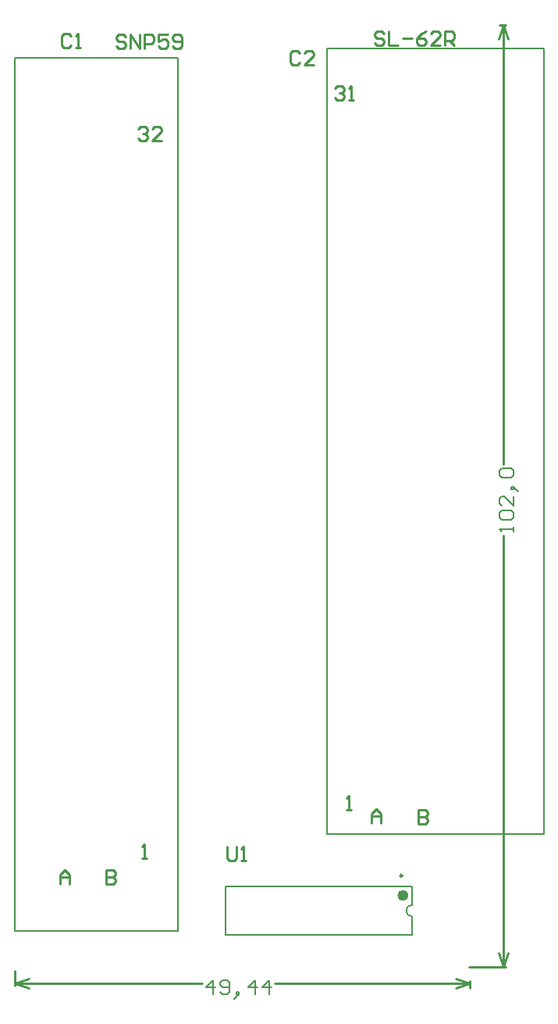
<source format=gto>
%FSLAX44Y44*%
%MOMM*%
G71*
G01*
G75*
G04 Layer_Color=16777215*
%ADD10C,0.2540*%
%ADD11O,2.5000X1.3000*%
%ADD12R,2.5000X1.3000*%
%ADD13C,3.0000*%
%ADD14R,1.5000X1.5000*%
%ADD15C,1.5000*%
%ADD16C,1.2700*%
%ADD17C,0.2000*%
%ADD18C,0.2500*%
%ADD19C,0.6000*%
%ADD20C,0.1524*%
D10*
X796200Y229600D02*
Y237140D01*
X301800Y232060D02*
Y248400D01*
X584548Y234600D02*
X796200D01*
X301800D02*
X505323D01*
X780960Y239680D02*
X796200Y234600D01*
X780960Y229520D02*
X796200Y234600D01*
X301800D02*
X317040Y229520D01*
X301800Y234600D02*
X317040Y239680D01*
X827920Y1272560D02*
X834460D01*
X795120Y252160D02*
X834460D01*
X831920Y796639D02*
Y1272560D01*
Y252160D02*
Y719953D01*
X826840Y1257320D02*
X831920Y1272560D01*
X837000Y1257320D01*
X831920Y252160D02*
X837000Y267400D01*
X826840D02*
X831920Y252160D01*
X532812Y382779D02*
Y370083D01*
X535351Y367544D01*
X540430D01*
X542969Y370083D01*
Y382779D01*
X548047Y367544D02*
X553125D01*
X550586D01*
Y382779D01*
X548047Y380240D01*
X611357Y1242496D02*
X608818Y1245035D01*
X603739D01*
X601200Y1242496D01*
Y1232339D01*
X603739Y1229800D01*
X608818D01*
X611357Y1232339D01*
X626592Y1229800D02*
X616435D01*
X626592Y1239957D01*
Y1242496D01*
X624053Y1245035D01*
X618974D01*
X616435Y1242496D01*
X363157Y1260696D02*
X360617Y1263235D01*
X355539D01*
X353000Y1260696D01*
Y1250539D01*
X355539Y1248000D01*
X360617D01*
X363157Y1250539D01*
X368235Y1248000D02*
X373313D01*
X370774D01*
Y1263235D01*
X368235Y1260696D01*
X661800Y422600D02*
X666878D01*
X664339D01*
Y437835D01*
X661800Y435296D01*
X440600Y370000D02*
X445678D01*
X443139D01*
Y385235D01*
X440600Y382696D01*
X649600Y1203696D02*
X652139Y1206235D01*
X657217D01*
X659757Y1203696D01*
Y1201157D01*
X657217Y1198617D01*
X654678D01*
X657217D01*
X659757Y1196078D01*
Y1193539D01*
X657217Y1191000D01*
X652139D01*
X649600Y1193539D01*
X664835Y1191000D02*
X669913D01*
X667374D01*
Y1206235D01*
X664835Y1203696D01*
X435800Y1159696D02*
X438339Y1162235D01*
X443418D01*
X445957Y1159696D01*
Y1157157D01*
X443418Y1154617D01*
X440878D01*
X443418D01*
X445957Y1152078D01*
Y1149539D01*
X443418Y1147000D01*
X438339D01*
X435800Y1149539D01*
X461192Y1147000D02*
X451035D01*
X461192Y1157157D01*
Y1159696D01*
X458653Y1162235D01*
X453574D01*
X451035Y1159696D01*
X702557Y1263496D02*
X700017Y1266035D01*
X694939D01*
X692400Y1263496D01*
Y1260957D01*
X694939Y1258418D01*
X700017D01*
X702557Y1255878D01*
Y1253339D01*
X700017Y1250800D01*
X694939D01*
X692400Y1253339D01*
X707635Y1266035D02*
Y1250800D01*
X717792D01*
X722870Y1258418D02*
X733027D01*
X748262Y1266035D02*
X743184Y1263496D01*
X738105Y1258418D01*
Y1253339D01*
X740644Y1250800D01*
X745723D01*
X748262Y1253339D01*
Y1255878D01*
X745723Y1258418D01*
X738105D01*
X763497Y1250800D02*
X753340D01*
X763497Y1260957D01*
Y1263496D01*
X760958Y1266035D01*
X755880D01*
X753340Y1263496D01*
X768575Y1250800D02*
Y1266035D01*
X776193D01*
X778732Y1263496D01*
Y1258418D01*
X776193Y1255878D01*
X768575D01*
X773654D02*
X778732Y1250800D01*
X422757Y1259896D02*
X420218Y1262435D01*
X415139D01*
X412600Y1259896D01*
Y1257357D01*
X415139Y1254818D01*
X420218D01*
X422757Y1252278D01*
Y1249739D01*
X420218Y1247200D01*
X415139D01*
X412600Y1249739D01*
X427835Y1247200D02*
Y1262435D01*
X437992Y1247200D01*
Y1262435D01*
X443070Y1247200D02*
Y1262435D01*
X450688D01*
X453227Y1259896D01*
Y1254818D01*
X450688Y1252278D01*
X443070D01*
X468462Y1262435D02*
X458305D01*
Y1254818D01*
X463384Y1257357D01*
X465923D01*
X468462Y1254818D01*
Y1249739D01*
X465923Y1247200D01*
X460844D01*
X458305Y1249739D01*
X473540D02*
X476079Y1247200D01*
X481158D01*
X483697Y1249739D01*
Y1259896D01*
X481158Y1262435D01*
X476079D01*
X473540Y1259896D01*
Y1257357D01*
X476079Y1254818D01*
X483697D01*
X401400Y357635D02*
Y342400D01*
X409017D01*
X411557Y344939D01*
Y347478D01*
X409017Y350018D01*
X401400D01*
X409017D01*
X411557Y352557D01*
Y355096D01*
X409017Y357635D01*
X401400D01*
X351200Y342400D02*
Y352557D01*
X356278Y357635D01*
X361357Y352557D01*
Y342400D01*
Y350018D01*
X351200D01*
X689400Y408000D02*
Y418157D01*
X694478Y423235D01*
X699557Y418157D01*
Y408000D01*
Y415617D01*
X689400D01*
X740200Y422635D02*
Y407400D01*
X747818D01*
X750357Y409939D01*
Y412478D01*
X747818Y415018D01*
X740200D01*
X747818D01*
X750357Y417557D01*
Y420096D01*
X747818Y422635D01*
X740200D01*
D17*
X733200Y319750D02*
G03*
X733200Y307050I0J-6350D01*
G01*
X641200Y396200D02*
X876200D01*
X641200D02*
Y1247200D01*
X876200D01*
Y396200D02*
Y1247200D01*
X302000Y291400D02*
X479000D01*
Y1237400D01*
X302000D02*
X479000D01*
X302000Y291400D02*
Y1237400D01*
X531200Y339900D02*
X733200D01*
X531200Y286900D02*
X733200D01*
Y319750D02*
Y339900D01*
Y286900D02*
Y307050D01*
X531200Y286900D02*
Y339900D01*
D18*
X722650Y351500D02*
G03*
X722650Y351500I-1250J0D01*
G01*
D19*
X726200Y329900D02*
G03*
X726200Y329900I-3000J0D01*
G01*
D20*
X517005Y222919D02*
Y238154D01*
X509388Y230537D01*
X519544D01*
X524623Y225459D02*
X527162Y222919D01*
X532240D01*
X534779Y225459D01*
Y235615D01*
X532240Y238154D01*
X527162D01*
X524623Y235615D01*
Y233076D01*
X527162Y230537D01*
X534779D01*
X542397Y220380D02*
X544936Y222919D01*
Y225459D01*
X542397D01*
Y222919D01*
X544936D01*
X542397Y220380D01*
X539858Y217841D01*
X562710Y222919D02*
Y238154D01*
X555093Y230537D01*
X565249D01*
X577945Y222919D02*
Y238154D01*
X570328Y230537D01*
X580485D01*
X843601Y724017D02*
Y729095D01*
Y726556D01*
X828366D01*
X830905Y724017D01*
Y736713D02*
X828366Y739252D01*
Y744331D01*
X830905Y746870D01*
X841061D01*
X843601Y744331D01*
Y739252D01*
X841061Y736713D01*
X830905D01*
X843601Y762105D02*
Y751948D01*
X833444Y762105D01*
X830905D01*
X828366Y759566D01*
Y754487D01*
X830905Y751948D01*
X846140Y769722D02*
X843601Y772261D01*
X841061D01*
Y769722D01*
X843601D01*
Y772261D01*
X846140Y769722D01*
X848679Y767183D01*
X830905Y782418D02*
X828366Y784957D01*
Y790036D01*
X830905Y792575D01*
X841061D01*
X843601Y790036D01*
Y784957D01*
X841061Y782418D01*
X830905D01*
M02*

</source>
